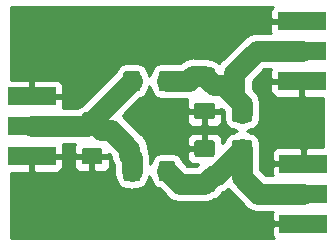
<source format=gtl>
G04 #@! TF.GenerationSoftware,KiCad,Pcbnew,5.0.1*
G04 #@! TF.CreationDate,2018-12-27T15:20:24+01:00*
G04 #@! TF.ProjectId,DiscreteWilkinsonSplitter,446973637265746557696C6B696E736F,rev?*
G04 #@! TF.SameCoordinates,Original*
G04 #@! TF.FileFunction,Copper,L1,Top,Signal*
G04 #@! TF.FilePolarity,Positive*
%FSLAX46Y46*%
G04 Gerber Fmt 4.6, Leading zero omitted, Abs format (unit mm)*
G04 Created by KiCad (PCBNEW 5.0.1) date Do 27 Dez 2018 15:20:24 CET*
%MOMM*%
%LPD*%
G01*
G04 APERTURE LIST*
G04 #@! TA.AperFunction,Conductor*
%ADD10C,0.100000*%
G04 #@! TD*
G04 #@! TA.AperFunction,SMDPad,CuDef*
%ADD11C,1.425000*%
G04 #@! TD*
G04 #@! TA.AperFunction,SMDPad,CuDef*
%ADD12R,4.064000X1.524000*%
G04 #@! TD*
G04 #@! TA.AperFunction,ViaPad*
%ADD13C,0.609600*%
G04 #@! TD*
G04 #@! TA.AperFunction,Conductor*
%ADD14C,1.800000*%
G04 #@! TD*
G04 #@! TA.AperFunction,Conductor*
%ADD15C,0.203200*%
G04 #@! TD*
G04 #@! TA.AperFunction,Conductor*
%ADD16C,0.254000*%
G04 #@! TD*
G04 APERTURE END LIST*
D10*
G04 #@! TO.N,Net-(C1-Pad1)*
G04 #@! TO.C,C1*
G36*
X128284504Y-85848704D02*
X128308773Y-85852304D01*
X128332571Y-85858265D01*
X128355671Y-85866530D01*
X128377849Y-85877020D01*
X128398893Y-85889633D01*
X128418598Y-85904247D01*
X128436777Y-85920723D01*
X128453253Y-85938902D01*
X128467867Y-85958607D01*
X128480480Y-85979651D01*
X128490970Y-86001829D01*
X128499235Y-86024929D01*
X128505196Y-86048727D01*
X128508796Y-86072996D01*
X128510000Y-86097500D01*
X128510000Y-87022500D01*
X128508796Y-87047004D01*
X128505196Y-87071273D01*
X128499235Y-87095071D01*
X128490970Y-87118171D01*
X128480480Y-87140349D01*
X128467867Y-87161393D01*
X128453253Y-87181098D01*
X128436777Y-87199277D01*
X128418598Y-87215753D01*
X128398893Y-87230367D01*
X128377849Y-87242980D01*
X128355671Y-87253470D01*
X128332571Y-87261735D01*
X128308773Y-87267696D01*
X128284504Y-87271296D01*
X128260000Y-87272500D01*
X127010000Y-87272500D01*
X126985496Y-87271296D01*
X126961227Y-87267696D01*
X126937429Y-87261735D01*
X126914329Y-87253470D01*
X126892151Y-87242980D01*
X126871107Y-87230367D01*
X126851402Y-87215753D01*
X126833223Y-87199277D01*
X126816747Y-87181098D01*
X126802133Y-87161393D01*
X126789520Y-87140349D01*
X126779030Y-87118171D01*
X126770765Y-87095071D01*
X126764804Y-87071273D01*
X126761204Y-87047004D01*
X126760000Y-87022500D01*
X126760000Y-86097500D01*
X126761204Y-86072996D01*
X126764804Y-86048727D01*
X126770765Y-86024929D01*
X126779030Y-86001829D01*
X126789520Y-85979651D01*
X126802133Y-85958607D01*
X126816747Y-85938902D01*
X126833223Y-85920723D01*
X126851402Y-85904247D01*
X126871107Y-85889633D01*
X126892151Y-85877020D01*
X126914329Y-85866530D01*
X126937429Y-85858265D01*
X126961227Y-85852304D01*
X126985496Y-85848704D01*
X127010000Y-85847500D01*
X128260000Y-85847500D01*
X128284504Y-85848704D01*
X128284504Y-85848704D01*
G37*
D11*
G04 #@! TD*
G04 #@! TO.P,C1,1*
G04 #@! TO.N,Net-(C1-Pad1)*
X127635000Y-86560000D03*
D10*
G04 #@! TO.N,GND*
G04 #@! TO.C,C1*
G36*
X128284504Y-88823704D02*
X128308773Y-88827304D01*
X128332571Y-88833265D01*
X128355671Y-88841530D01*
X128377849Y-88852020D01*
X128398893Y-88864633D01*
X128418598Y-88879247D01*
X128436777Y-88895723D01*
X128453253Y-88913902D01*
X128467867Y-88933607D01*
X128480480Y-88954651D01*
X128490970Y-88976829D01*
X128499235Y-88999929D01*
X128505196Y-89023727D01*
X128508796Y-89047996D01*
X128510000Y-89072500D01*
X128510000Y-89997500D01*
X128508796Y-90022004D01*
X128505196Y-90046273D01*
X128499235Y-90070071D01*
X128490970Y-90093171D01*
X128480480Y-90115349D01*
X128467867Y-90136393D01*
X128453253Y-90156098D01*
X128436777Y-90174277D01*
X128418598Y-90190753D01*
X128398893Y-90205367D01*
X128377849Y-90217980D01*
X128355671Y-90228470D01*
X128332571Y-90236735D01*
X128308773Y-90242696D01*
X128284504Y-90246296D01*
X128260000Y-90247500D01*
X127010000Y-90247500D01*
X126985496Y-90246296D01*
X126961227Y-90242696D01*
X126937429Y-90236735D01*
X126914329Y-90228470D01*
X126892151Y-90217980D01*
X126871107Y-90205367D01*
X126851402Y-90190753D01*
X126833223Y-90174277D01*
X126816747Y-90156098D01*
X126802133Y-90136393D01*
X126789520Y-90115349D01*
X126779030Y-90093171D01*
X126770765Y-90070071D01*
X126764804Y-90046273D01*
X126761204Y-90022004D01*
X126760000Y-89997500D01*
X126760000Y-89072500D01*
X126761204Y-89047996D01*
X126764804Y-89023727D01*
X126770765Y-88999929D01*
X126779030Y-88976829D01*
X126789520Y-88954651D01*
X126802133Y-88933607D01*
X126816747Y-88913902D01*
X126833223Y-88895723D01*
X126851402Y-88879247D01*
X126871107Y-88864633D01*
X126892151Y-88852020D01*
X126914329Y-88841530D01*
X126937429Y-88833265D01*
X126961227Y-88827304D01*
X126985496Y-88823704D01*
X127010000Y-88822500D01*
X128260000Y-88822500D01*
X128284504Y-88823704D01*
X128284504Y-88823704D01*
G37*
D11*
G04 #@! TD*
G04 #@! TO.P,C1,2*
G04 #@! TO.N,GND*
X127635000Y-89535000D03*
D10*
G04 #@! TO.N,GND*
G04 #@! TO.C,C2*
G36*
X137809504Y-85013704D02*
X137833773Y-85017304D01*
X137857571Y-85023265D01*
X137880671Y-85031530D01*
X137902849Y-85042020D01*
X137923893Y-85054633D01*
X137943598Y-85069247D01*
X137961777Y-85085723D01*
X137978253Y-85103902D01*
X137992867Y-85123607D01*
X138005480Y-85144651D01*
X138015970Y-85166829D01*
X138024235Y-85189929D01*
X138030196Y-85213727D01*
X138033796Y-85237996D01*
X138035000Y-85262500D01*
X138035000Y-86187500D01*
X138033796Y-86212004D01*
X138030196Y-86236273D01*
X138024235Y-86260071D01*
X138015970Y-86283171D01*
X138005480Y-86305349D01*
X137992867Y-86326393D01*
X137978253Y-86346098D01*
X137961777Y-86364277D01*
X137943598Y-86380753D01*
X137923893Y-86395367D01*
X137902849Y-86407980D01*
X137880671Y-86418470D01*
X137857571Y-86426735D01*
X137833773Y-86432696D01*
X137809504Y-86436296D01*
X137785000Y-86437500D01*
X136535000Y-86437500D01*
X136510496Y-86436296D01*
X136486227Y-86432696D01*
X136462429Y-86426735D01*
X136439329Y-86418470D01*
X136417151Y-86407980D01*
X136396107Y-86395367D01*
X136376402Y-86380753D01*
X136358223Y-86364277D01*
X136341747Y-86346098D01*
X136327133Y-86326393D01*
X136314520Y-86305349D01*
X136304030Y-86283171D01*
X136295765Y-86260071D01*
X136289804Y-86236273D01*
X136286204Y-86212004D01*
X136285000Y-86187500D01*
X136285000Y-85262500D01*
X136286204Y-85237996D01*
X136289804Y-85213727D01*
X136295765Y-85189929D01*
X136304030Y-85166829D01*
X136314520Y-85144651D01*
X136327133Y-85123607D01*
X136341747Y-85103902D01*
X136358223Y-85085723D01*
X136376402Y-85069247D01*
X136396107Y-85054633D01*
X136417151Y-85042020D01*
X136439329Y-85031530D01*
X136462429Y-85023265D01*
X136486227Y-85017304D01*
X136510496Y-85013704D01*
X136535000Y-85012500D01*
X137785000Y-85012500D01*
X137809504Y-85013704D01*
X137809504Y-85013704D01*
G37*
D11*
G04 #@! TD*
G04 #@! TO.P,C2,2*
G04 #@! TO.N,GND*
X137160000Y-85725000D03*
D10*
G04 #@! TO.N,Net-(C2-Pad1)*
G04 #@! TO.C,C2*
G36*
X137809504Y-82038704D02*
X137833773Y-82042304D01*
X137857571Y-82048265D01*
X137880671Y-82056530D01*
X137902849Y-82067020D01*
X137923893Y-82079633D01*
X137943598Y-82094247D01*
X137961777Y-82110723D01*
X137978253Y-82128902D01*
X137992867Y-82148607D01*
X138005480Y-82169651D01*
X138015970Y-82191829D01*
X138024235Y-82214929D01*
X138030196Y-82238727D01*
X138033796Y-82262996D01*
X138035000Y-82287500D01*
X138035000Y-83212500D01*
X138033796Y-83237004D01*
X138030196Y-83261273D01*
X138024235Y-83285071D01*
X138015970Y-83308171D01*
X138005480Y-83330349D01*
X137992867Y-83351393D01*
X137978253Y-83371098D01*
X137961777Y-83389277D01*
X137943598Y-83405753D01*
X137923893Y-83420367D01*
X137902849Y-83432980D01*
X137880671Y-83443470D01*
X137857571Y-83451735D01*
X137833773Y-83457696D01*
X137809504Y-83461296D01*
X137785000Y-83462500D01*
X136535000Y-83462500D01*
X136510496Y-83461296D01*
X136486227Y-83457696D01*
X136462429Y-83451735D01*
X136439329Y-83443470D01*
X136417151Y-83432980D01*
X136396107Y-83420367D01*
X136376402Y-83405753D01*
X136358223Y-83389277D01*
X136341747Y-83371098D01*
X136327133Y-83351393D01*
X136314520Y-83330349D01*
X136304030Y-83308171D01*
X136295765Y-83285071D01*
X136289804Y-83261273D01*
X136286204Y-83237004D01*
X136285000Y-83212500D01*
X136285000Y-82287500D01*
X136286204Y-82262996D01*
X136289804Y-82238727D01*
X136295765Y-82214929D01*
X136304030Y-82191829D01*
X136314520Y-82169651D01*
X136327133Y-82148607D01*
X136341747Y-82128902D01*
X136358223Y-82110723D01*
X136376402Y-82094247D01*
X136396107Y-82079633D01*
X136417151Y-82067020D01*
X136439329Y-82056530D01*
X136462429Y-82048265D01*
X136486227Y-82042304D01*
X136510496Y-82038704D01*
X136535000Y-82037500D01*
X137785000Y-82037500D01*
X137809504Y-82038704D01*
X137809504Y-82038704D01*
G37*
D11*
G04 #@! TD*
G04 #@! TO.P,C2,1*
G04 #@! TO.N,Net-(C2-Pad1)*
X137160000Y-82750000D03*
D10*
G04 #@! TO.N,Net-(C3-Pad1)*
G04 #@! TO.C,C3*
G36*
X137809504Y-91163704D02*
X137833773Y-91167304D01*
X137857571Y-91173265D01*
X137880671Y-91181530D01*
X137902849Y-91192020D01*
X137923893Y-91204633D01*
X137943598Y-91219247D01*
X137961777Y-91235723D01*
X137978253Y-91253902D01*
X137992867Y-91273607D01*
X138005480Y-91294651D01*
X138015970Y-91316829D01*
X138024235Y-91339929D01*
X138030196Y-91363727D01*
X138033796Y-91387996D01*
X138035000Y-91412500D01*
X138035000Y-92337500D01*
X138033796Y-92362004D01*
X138030196Y-92386273D01*
X138024235Y-92410071D01*
X138015970Y-92433171D01*
X138005480Y-92455349D01*
X137992867Y-92476393D01*
X137978253Y-92496098D01*
X137961777Y-92514277D01*
X137943598Y-92530753D01*
X137923893Y-92545367D01*
X137902849Y-92557980D01*
X137880671Y-92568470D01*
X137857571Y-92576735D01*
X137833773Y-92582696D01*
X137809504Y-92586296D01*
X137785000Y-92587500D01*
X136535000Y-92587500D01*
X136510496Y-92586296D01*
X136486227Y-92582696D01*
X136462429Y-92576735D01*
X136439329Y-92568470D01*
X136417151Y-92557980D01*
X136396107Y-92545367D01*
X136376402Y-92530753D01*
X136358223Y-92514277D01*
X136341747Y-92496098D01*
X136327133Y-92476393D01*
X136314520Y-92455349D01*
X136304030Y-92433171D01*
X136295765Y-92410071D01*
X136289804Y-92386273D01*
X136286204Y-92362004D01*
X136285000Y-92337500D01*
X136285000Y-91412500D01*
X136286204Y-91387996D01*
X136289804Y-91363727D01*
X136295765Y-91339929D01*
X136304030Y-91316829D01*
X136314520Y-91294651D01*
X136327133Y-91273607D01*
X136341747Y-91253902D01*
X136358223Y-91235723D01*
X136376402Y-91219247D01*
X136396107Y-91204633D01*
X136417151Y-91192020D01*
X136439329Y-91181530D01*
X136462429Y-91173265D01*
X136486227Y-91167304D01*
X136510496Y-91163704D01*
X136535000Y-91162500D01*
X137785000Y-91162500D01*
X137809504Y-91163704D01*
X137809504Y-91163704D01*
G37*
D11*
G04 #@! TD*
G04 #@! TO.P,C3,1*
G04 #@! TO.N,Net-(C3-Pad1)*
X137160000Y-91875000D03*
D10*
G04 #@! TO.N,GND*
G04 #@! TO.C,C3*
G36*
X137809504Y-88188704D02*
X137833773Y-88192304D01*
X137857571Y-88198265D01*
X137880671Y-88206530D01*
X137902849Y-88217020D01*
X137923893Y-88229633D01*
X137943598Y-88244247D01*
X137961777Y-88260723D01*
X137978253Y-88278902D01*
X137992867Y-88298607D01*
X138005480Y-88319651D01*
X138015970Y-88341829D01*
X138024235Y-88364929D01*
X138030196Y-88388727D01*
X138033796Y-88412996D01*
X138035000Y-88437500D01*
X138035000Y-89362500D01*
X138033796Y-89387004D01*
X138030196Y-89411273D01*
X138024235Y-89435071D01*
X138015970Y-89458171D01*
X138005480Y-89480349D01*
X137992867Y-89501393D01*
X137978253Y-89521098D01*
X137961777Y-89539277D01*
X137943598Y-89555753D01*
X137923893Y-89570367D01*
X137902849Y-89582980D01*
X137880671Y-89593470D01*
X137857571Y-89601735D01*
X137833773Y-89607696D01*
X137809504Y-89611296D01*
X137785000Y-89612500D01*
X136535000Y-89612500D01*
X136510496Y-89611296D01*
X136486227Y-89607696D01*
X136462429Y-89601735D01*
X136439329Y-89593470D01*
X136417151Y-89582980D01*
X136396107Y-89570367D01*
X136376402Y-89555753D01*
X136358223Y-89539277D01*
X136341747Y-89521098D01*
X136327133Y-89501393D01*
X136314520Y-89480349D01*
X136304030Y-89458171D01*
X136295765Y-89435071D01*
X136289804Y-89411273D01*
X136286204Y-89387004D01*
X136285000Y-89362500D01*
X136285000Y-88437500D01*
X136286204Y-88412996D01*
X136289804Y-88388727D01*
X136295765Y-88364929D01*
X136304030Y-88341829D01*
X136314520Y-88319651D01*
X136327133Y-88298607D01*
X136341747Y-88278902D01*
X136358223Y-88260723D01*
X136376402Y-88244247D01*
X136396107Y-88229633D01*
X136417151Y-88217020D01*
X136439329Y-88206530D01*
X136462429Y-88198265D01*
X136486227Y-88192304D01*
X136510496Y-88188704D01*
X136535000Y-88187500D01*
X137785000Y-88187500D01*
X137809504Y-88188704D01*
X137809504Y-88188704D01*
G37*
D11*
G04 #@! TD*
G04 #@! TO.P,C3,2*
G04 #@! TO.N,GND*
X137160000Y-88900000D03*
D12*
G04 #@! TO.P,J1,1*
G04 #@! TO.N,Net-(C1-Pad1)*
X122555000Y-86995000D03*
G04 #@! TO.P,J1,2*
G04 #@! TO.N,GND*
X122555000Y-84455000D03*
X122555000Y-89535000D03*
G04 #@! TD*
G04 #@! TO.P,J2,1*
G04 #@! TO.N,Net-(C2-Pad1)*
X145415000Y-80645000D03*
G04 #@! TO.P,J2,2*
G04 #@! TO.N,GND*
X145415000Y-78105000D03*
X145415000Y-83185000D03*
G04 #@! TD*
G04 #@! TO.P,J3,2*
G04 #@! TO.N,GND*
X145542000Y-95250000D03*
X145542000Y-90170000D03*
G04 #@! TO.P,J3,1*
G04 #@! TO.N,Net-(C3-Pad1)*
X145542000Y-92710000D03*
G04 #@! TD*
D10*
G04 #@! TO.N,Net-(C1-Pad1)*
G04 #@! TO.C,L1*
G36*
X131497004Y-82311204D02*
X131521273Y-82314804D01*
X131545071Y-82320765D01*
X131568171Y-82329030D01*
X131590349Y-82339520D01*
X131611393Y-82352133D01*
X131631098Y-82366747D01*
X131649277Y-82383223D01*
X131665753Y-82401402D01*
X131680367Y-82421107D01*
X131692980Y-82442151D01*
X131703470Y-82464329D01*
X131711735Y-82487429D01*
X131717696Y-82511227D01*
X131721296Y-82535496D01*
X131722500Y-82560000D01*
X131722500Y-83810000D01*
X131721296Y-83834504D01*
X131717696Y-83858773D01*
X131711735Y-83882571D01*
X131703470Y-83905671D01*
X131692980Y-83927849D01*
X131680367Y-83948893D01*
X131665753Y-83968598D01*
X131649277Y-83986777D01*
X131631098Y-84003253D01*
X131611393Y-84017867D01*
X131590349Y-84030480D01*
X131568171Y-84040970D01*
X131545071Y-84049235D01*
X131521273Y-84055196D01*
X131497004Y-84058796D01*
X131472500Y-84060000D01*
X130547500Y-84060000D01*
X130522996Y-84058796D01*
X130498727Y-84055196D01*
X130474929Y-84049235D01*
X130451829Y-84040970D01*
X130429651Y-84030480D01*
X130408607Y-84017867D01*
X130388902Y-84003253D01*
X130370723Y-83986777D01*
X130354247Y-83968598D01*
X130339633Y-83948893D01*
X130327020Y-83927849D01*
X130316530Y-83905671D01*
X130308265Y-83882571D01*
X130302304Y-83858773D01*
X130298704Y-83834504D01*
X130297500Y-83810000D01*
X130297500Y-82560000D01*
X130298704Y-82535496D01*
X130302304Y-82511227D01*
X130308265Y-82487429D01*
X130316530Y-82464329D01*
X130327020Y-82442151D01*
X130339633Y-82421107D01*
X130354247Y-82401402D01*
X130370723Y-82383223D01*
X130388902Y-82366747D01*
X130408607Y-82352133D01*
X130429651Y-82339520D01*
X130451829Y-82329030D01*
X130474929Y-82320765D01*
X130498727Y-82314804D01*
X130522996Y-82311204D01*
X130547500Y-82310000D01*
X131472500Y-82310000D01*
X131497004Y-82311204D01*
X131497004Y-82311204D01*
G37*
D11*
G04 #@! TD*
G04 #@! TO.P,L1,1*
G04 #@! TO.N,Net-(C1-Pad1)*
X131010000Y-83185000D03*
D10*
G04 #@! TO.N,Net-(C2-Pad1)*
G04 #@! TO.C,L1*
G36*
X134472004Y-82311204D02*
X134496273Y-82314804D01*
X134520071Y-82320765D01*
X134543171Y-82329030D01*
X134565349Y-82339520D01*
X134586393Y-82352133D01*
X134606098Y-82366747D01*
X134624277Y-82383223D01*
X134640753Y-82401402D01*
X134655367Y-82421107D01*
X134667980Y-82442151D01*
X134678470Y-82464329D01*
X134686735Y-82487429D01*
X134692696Y-82511227D01*
X134696296Y-82535496D01*
X134697500Y-82560000D01*
X134697500Y-83810000D01*
X134696296Y-83834504D01*
X134692696Y-83858773D01*
X134686735Y-83882571D01*
X134678470Y-83905671D01*
X134667980Y-83927849D01*
X134655367Y-83948893D01*
X134640753Y-83968598D01*
X134624277Y-83986777D01*
X134606098Y-84003253D01*
X134586393Y-84017867D01*
X134565349Y-84030480D01*
X134543171Y-84040970D01*
X134520071Y-84049235D01*
X134496273Y-84055196D01*
X134472004Y-84058796D01*
X134447500Y-84060000D01*
X133522500Y-84060000D01*
X133497996Y-84058796D01*
X133473727Y-84055196D01*
X133449929Y-84049235D01*
X133426829Y-84040970D01*
X133404651Y-84030480D01*
X133383607Y-84017867D01*
X133363902Y-84003253D01*
X133345723Y-83986777D01*
X133329247Y-83968598D01*
X133314633Y-83948893D01*
X133302020Y-83927849D01*
X133291530Y-83905671D01*
X133283265Y-83882571D01*
X133277304Y-83858773D01*
X133273704Y-83834504D01*
X133272500Y-83810000D01*
X133272500Y-82560000D01*
X133273704Y-82535496D01*
X133277304Y-82511227D01*
X133283265Y-82487429D01*
X133291530Y-82464329D01*
X133302020Y-82442151D01*
X133314633Y-82421107D01*
X133329247Y-82401402D01*
X133345723Y-82383223D01*
X133363902Y-82366747D01*
X133383607Y-82352133D01*
X133404651Y-82339520D01*
X133426829Y-82329030D01*
X133449929Y-82320765D01*
X133473727Y-82314804D01*
X133497996Y-82311204D01*
X133522500Y-82310000D01*
X134447500Y-82310000D01*
X134472004Y-82311204D01*
X134472004Y-82311204D01*
G37*
D11*
G04 #@! TD*
G04 #@! TO.P,L1,2*
G04 #@! TO.N,Net-(C2-Pad1)*
X133985000Y-83185000D03*
D10*
G04 #@! TO.N,Net-(C3-Pad1)*
G04 #@! TO.C,L2*
G36*
X134472004Y-89931204D02*
X134496273Y-89934804D01*
X134520071Y-89940765D01*
X134543171Y-89949030D01*
X134565349Y-89959520D01*
X134586393Y-89972133D01*
X134606098Y-89986747D01*
X134624277Y-90003223D01*
X134640753Y-90021402D01*
X134655367Y-90041107D01*
X134667980Y-90062151D01*
X134678470Y-90084329D01*
X134686735Y-90107429D01*
X134692696Y-90131227D01*
X134696296Y-90155496D01*
X134697500Y-90180000D01*
X134697500Y-91430000D01*
X134696296Y-91454504D01*
X134692696Y-91478773D01*
X134686735Y-91502571D01*
X134678470Y-91525671D01*
X134667980Y-91547849D01*
X134655367Y-91568893D01*
X134640753Y-91588598D01*
X134624277Y-91606777D01*
X134606098Y-91623253D01*
X134586393Y-91637867D01*
X134565349Y-91650480D01*
X134543171Y-91660970D01*
X134520071Y-91669235D01*
X134496273Y-91675196D01*
X134472004Y-91678796D01*
X134447500Y-91680000D01*
X133522500Y-91680000D01*
X133497996Y-91678796D01*
X133473727Y-91675196D01*
X133449929Y-91669235D01*
X133426829Y-91660970D01*
X133404651Y-91650480D01*
X133383607Y-91637867D01*
X133363902Y-91623253D01*
X133345723Y-91606777D01*
X133329247Y-91588598D01*
X133314633Y-91568893D01*
X133302020Y-91547849D01*
X133291530Y-91525671D01*
X133283265Y-91502571D01*
X133277304Y-91478773D01*
X133273704Y-91454504D01*
X133272500Y-91430000D01*
X133272500Y-90180000D01*
X133273704Y-90155496D01*
X133277304Y-90131227D01*
X133283265Y-90107429D01*
X133291530Y-90084329D01*
X133302020Y-90062151D01*
X133314633Y-90041107D01*
X133329247Y-90021402D01*
X133345723Y-90003223D01*
X133363902Y-89986747D01*
X133383607Y-89972133D01*
X133404651Y-89959520D01*
X133426829Y-89949030D01*
X133449929Y-89940765D01*
X133473727Y-89934804D01*
X133497996Y-89931204D01*
X133522500Y-89930000D01*
X134447500Y-89930000D01*
X134472004Y-89931204D01*
X134472004Y-89931204D01*
G37*
D11*
G04 #@! TD*
G04 #@! TO.P,L2,2*
G04 #@! TO.N,Net-(C3-Pad1)*
X133985000Y-90805000D03*
D10*
G04 #@! TO.N,Net-(C1-Pad1)*
G04 #@! TO.C,L2*
G36*
X131497004Y-89931204D02*
X131521273Y-89934804D01*
X131545071Y-89940765D01*
X131568171Y-89949030D01*
X131590349Y-89959520D01*
X131611393Y-89972133D01*
X131631098Y-89986747D01*
X131649277Y-90003223D01*
X131665753Y-90021402D01*
X131680367Y-90041107D01*
X131692980Y-90062151D01*
X131703470Y-90084329D01*
X131711735Y-90107429D01*
X131717696Y-90131227D01*
X131721296Y-90155496D01*
X131722500Y-90180000D01*
X131722500Y-91430000D01*
X131721296Y-91454504D01*
X131717696Y-91478773D01*
X131711735Y-91502571D01*
X131703470Y-91525671D01*
X131692980Y-91547849D01*
X131680367Y-91568893D01*
X131665753Y-91588598D01*
X131649277Y-91606777D01*
X131631098Y-91623253D01*
X131611393Y-91637867D01*
X131590349Y-91650480D01*
X131568171Y-91660970D01*
X131545071Y-91669235D01*
X131521273Y-91675196D01*
X131497004Y-91678796D01*
X131472500Y-91680000D01*
X130547500Y-91680000D01*
X130522996Y-91678796D01*
X130498727Y-91675196D01*
X130474929Y-91669235D01*
X130451829Y-91660970D01*
X130429651Y-91650480D01*
X130408607Y-91637867D01*
X130388902Y-91623253D01*
X130370723Y-91606777D01*
X130354247Y-91588598D01*
X130339633Y-91568893D01*
X130327020Y-91547849D01*
X130316530Y-91525671D01*
X130308265Y-91502571D01*
X130302304Y-91478773D01*
X130298704Y-91454504D01*
X130297500Y-91430000D01*
X130297500Y-90180000D01*
X130298704Y-90155496D01*
X130302304Y-90131227D01*
X130308265Y-90107429D01*
X130316530Y-90084329D01*
X130327020Y-90062151D01*
X130339633Y-90041107D01*
X130354247Y-90021402D01*
X130370723Y-90003223D01*
X130388902Y-89986747D01*
X130408607Y-89972133D01*
X130429651Y-89959520D01*
X130451829Y-89949030D01*
X130474929Y-89940765D01*
X130498727Y-89934804D01*
X130522996Y-89931204D01*
X130547500Y-89930000D01*
X131472500Y-89930000D01*
X131497004Y-89931204D01*
X131497004Y-89931204D01*
G37*
D11*
G04 #@! TD*
G04 #@! TO.P,L2,1*
G04 #@! TO.N,Net-(C1-Pad1)*
X131010000Y-90805000D03*
D10*
G04 #@! TO.N,Net-(C2-Pad1)*
G04 #@! TO.C,R1*
G36*
X140984504Y-85213704D02*
X141008773Y-85217304D01*
X141032571Y-85223265D01*
X141055671Y-85231530D01*
X141077849Y-85242020D01*
X141098893Y-85254633D01*
X141118598Y-85269247D01*
X141136777Y-85285723D01*
X141153253Y-85303902D01*
X141167867Y-85323607D01*
X141180480Y-85344651D01*
X141190970Y-85366829D01*
X141199235Y-85389929D01*
X141205196Y-85413727D01*
X141208796Y-85437996D01*
X141210000Y-85462500D01*
X141210000Y-86387500D01*
X141208796Y-86412004D01*
X141205196Y-86436273D01*
X141199235Y-86460071D01*
X141190970Y-86483171D01*
X141180480Y-86505349D01*
X141167867Y-86526393D01*
X141153253Y-86546098D01*
X141136777Y-86564277D01*
X141118598Y-86580753D01*
X141098893Y-86595367D01*
X141077849Y-86607980D01*
X141055671Y-86618470D01*
X141032571Y-86626735D01*
X141008773Y-86632696D01*
X140984504Y-86636296D01*
X140960000Y-86637500D01*
X139710000Y-86637500D01*
X139685496Y-86636296D01*
X139661227Y-86632696D01*
X139637429Y-86626735D01*
X139614329Y-86618470D01*
X139592151Y-86607980D01*
X139571107Y-86595367D01*
X139551402Y-86580753D01*
X139533223Y-86564277D01*
X139516747Y-86546098D01*
X139502133Y-86526393D01*
X139489520Y-86505349D01*
X139479030Y-86483171D01*
X139470765Y-86460071D01*
X139464804Y-86436273D01*
X139461204Y-86412004D01*
X139460000Y-86387500D01*
X139460000Y-85462500D01*
X139461204Y-85437996D01*
X139464804Y-85413727D01*
X139470765Y-85389929D01*
X139479030Y-85366829D01*
X139489520Y-85344651D01*
X139502133Y-85323607D01*
X139516747Y-85303902D01*
X139533223Y-85285723D01*
X139551402Y-85269247D01*
X139571107Y-85254633D01*
X139592151Y-85242020D01*
X139614329Y-85231530D01*
X139637429Y-85223265D01*
X139661227Y-85217304D01*
X139685496Y-85213704D01*
X139710000Y-85212500D01*
X140960000Y-85212500D01*
X140984504Y-85213704D01*
X140984504Y-85213704D01*
G37*
D11*
G04 #@! TD*
G04 #@! TO.P,R1,1*
G04 #@! TO.N,Net-(C2-Pad1)*
X140335000Y-85925000D03*
D10*
G04 #@! TO.N,Net-(C3-Pad1)*
G04 #@! TO.C,R1*
G36*
X140984504Y-88188704D02*
X141008773Y-88192304D01*
X141032571Y-88198265D01*
X141055671Y-88206530D01*
X141077849Y-88217020D01*
X141098893Y-88229633D01*
X141118598Y-88244247D01*
X141136777Y-88260723D01*
X141153253Y-88278902D01*
X141167867Y-88298607D01*
X141180480Y-88319651D01*
X141190970Y-88341829D01*
X141199235Y-88364929D01*
X141205196Y-88388727D01*
X141208796Y-88412996D01*
X141210000Y-88437500D01*
X141210000Y-89362500D01*
X141208796Y-89387004D01*
X141205196Y-89411273D01*
X141199235Y-89435071D01*
X141190970Y-89458171D01*
X141180480Y-89480349D01*
X141167867Y-89501393D01*
X141153253Y-89521098D01*
X141136777Y-89539277D01*
X141118598Y-89555753D01*
X141098893Y-89570367D01*
X141077849Y-89582980D01*
X141055671Y-89593470D01*
X141032571Y-89601735D01*
X141008773Y-89607696D01*
X140984504Y-89611296D01*
X140960000Y-89612500D01*
X139710000Y-89612500D01*
X139685496Y-89611296D01*
X139661227Y-89607696D01*
X139637429Y-89601735D01*
X139614329Y-89593470D01*
X139592151Y-89582980D01*
X139571107Y-89570367D01*
X139551402Y-89555753D01*
X139533223Y-89539277D01*
X139516747Y-89521098D01*
X139502133Y-89501393D01*
X139489520Y-89480349D01*
X139479030Y-89458171D01*
X139470765Y-89435071D01*
X139464804Y-89411273D01*
X139461204Y-89387004D01*
X139460000Y-89362500D01*
X139460000Y-88437500D01*
X139461204Y-88412996D01*
X139464804Y-88388727D01*
X139470765Y-88364929D01*
X139479030Y-88341829D01*
X139489520Y-88319651D01*
X139502133Y-88298607D01*
X139516747Y-88278902D01*
X139533223Y-88260723D01*
X139551402Y-88244247D01*
X139571107Y-88229633D01*
X139592151Y-88217020D01*
X139614329Y-88206530D01*
X139637429Y-88198265D01*
X139661227Y-88192304D01*
X139685496Y-88188704D01*
X139710000Y-88187500D01*
X140960000Y-88187500D01*
X140984504Y-88188704D01*
X140984504Y-88188704D01*
G37*
D11*
G04 #@! TD*
G04 #@! TO.P,R1,2*
G04 #@! TO.N,Net-(C3-Pad1)*
X140335000Y-88900000D03*
D13*
G04 #@! TO.N,GND*
X127000000Y-83820000D03*
X133350000Y-86995000D03*
X130810000Y-80645000D03*
X132080000Y-80645000D03*
X133350000Y-80645000D03*
X134620000Y-80645000D03*
X135890000Y-80645000D03*
X134620000Y-86995000D03*
X134620000Y-85725000D03*
X133350000Y-85725000D03*
X132080000Y-86360000D03*
X133350000Y-88265000D03*
X134620000Y-88265000D03*
X137795000Y-94615000D03*
X136525000Y-94615000D03*
X135255000Y-94615000D03*
X133985000Y-94615000D03*
X132715000Y-93345000D03*
X131445000Y-93345000D03*
X130175000Y-93345000D03*
X128905000Y-92710000D03*
X127635000Y-92075000D03*
X126365000Y-92075000D03*
X125095000Y-92075000D03*
X123825000Y-92075000D03*
X122555000Y-82550000D03*
X123825000Y-82550000D03*
X125095000Y-82550000D03*
X126365000Y-82550000D03*
X127635000Y-82550000D03*
X128905000Y-81280000D03*
X137795000Y-80645000D03*
X139065000Y-79375000D03*
X140335000Y-78105000D03*
X141605000Y-78105000D03*
X139700000Y-94615000D03*
X140970000Y-95250000D03*
X142240000Y-95250000D03*
X143510000Y-85725000D03*
X143510000Y-87630000D03*
X146050000Y-87630000D03*
X146050000Y-85725000D03*
G04 #@! TD*
D14*
G04 #@! TO.N,Net-(C1-Pad1)*
X127200000Y-86995000D02*
X127635000Y-86560000D01*
X122555000Y-86995000D02*
X127200000Y-86995000D01*
X131010000Y-83185000D02*
X127635000Y-86560000D01*
X131010000Y-89672880D02*
X130810000Y-89472880D01*
X131010000Y-90805000D02*
X131010000Y-89672880D01*
X130810000Y-89472880D02*
X130810000Y-88900000D01*
X128406347Y-87331347D02*
X127635000Y-86560000D01*
X129241347Y-87331347D02*
X128406347Y-87331347D01*
X130810000Y-88900000D02*
X129241347Y-87331347D01*
D15*
G04 #@! TO.N,GND*
X122555000Y-84455000D02*
X126365000Y-84455000D01*
X126365000Y-84455000D02*
X127000000Y-83820000D01*
D14*
G04 #@! TO.N,Net-(C2-Pad1)*
X137931347Y-83521347D02*
X137160000Y-82750000D01*
X138743847Y-83521347D02*
X137931347Y-83521347D01*
X140335000Y-85925000D02*
X140335000Y-85112500D01*
X133985000Y-83185000D02*
X135890000Y-83185000D01*
X136185000Y-82750000D02*
X137160000Y-82750000D01*
X135890000Y-83045000D02*
X136185000Y-82750000D01*
X135890000Y-83185000D02*
X135890000Y-83045000D01*
X139700000Y-82528000D02*
X139700000Y-84477500D01*
X141583000Y-80645000D02*
X139700000Y-82528000D01*
X145415000Y-80645000D02*
X141583000Y-80645000D01*
X140335000Y-85112500D02*
X139700000Y-84477500D01*
X139700000Y-84477500D02*
X138743847Y-83521347D01*
G04 #@! TO.N,Net-(C3-Pad1)*
X135055000Y-91875000D02*
X137160000Y-91875000D01*
X133985000Y-90805000D02*
X135055000Y-91875000D01*
X137931347Y-91103653D02*
X137160000Y-91875000D01*
X138193467Y-91103653D02*
X137931347Y-91103653D01*
X139563653Y-89733467D02*
X138193467Y-91103653D01*
X139563653Y-89671347D02*
X139563653Y-89733467D01*
X140335000Y-88900000D02*
X139563653Y-89671347D01*
X141710000Y-92710000D02*
X145542000Y-92710000D01*
X140335000Y-91335000D02*
X141710000Y-92710000D01*
X140335000Y-88900000D02*
X140335000Y-91335000D01*
G04 #@! TD*
D16*
G04 #@! TO.N,GND*
G36*
X126125000Y-88696191D02*
X126125000Y-89249250D01*
X126283750Y-89408000D01*
X127508000Y-89408000D01*
X127508000Y-89388000D01*
X127762000Y-89388000D01*
X127762000Y-89408000D01*
X128986250Y-89408000D01*
X129066716Y-89327534D01*
X129253090Y-89513908D01*
X129275000Y-89624057D01*
X129275000Y-89624061D01*
X129364062Y-90071806D01*
X129475000Y-90237837D01*
X129475000Y-90956181D01*
X129564062Y-91403926D01*
X129679128Y-91576135D01*
X129718374Y-91773435D01*
X129912914Y-92064586D01*
X130204065Y-92259126D01*
X130547500Y-92327440D01*
X130795674Y-92327440D01*
X131010000Y-92370072D01*
X131224325Y-92327440D01*
X131472500Y-92327440D01*
X131815935Y-92259126D01*
X132107086Y-92064586D01*
X132301626Y-91773435D01*
X132340871Y-91576136D01*
X132455938Y-91403927D01*
X132497500Y-91194978D01*
X132539063Y-91403927D01*
X132654128Y-91576134D01*
X132693374Y-91773435D01*
X132887914Y-92064586D01*
X133179065Y-92259126D01*
X133290468Y-92281286D01*
X133862689Y-92853507D01*
X133948327Y-92981673D01*
X134076492Y-93067310D01*
X134076493Y-93067311D01*
X134456073Y-93320938D01*
X135055000Y-93440072D01*
X135206182Y-93410000D01*
X137008823Y-93410000D01*
X137160000Y-93440071D01*
X137311177Y-93410000D01*
X137311182Y-93410000D01*
X137758927Y-93320938D01*
X137931136Y-93205871D01*
X138128435Y-93166626D01*
X138419586Y-92972086D01*
X138614126Y-92680935D01*
X138633984Y-92581101D01*
X138792394Y-92549591D01*
X139143625Y-92314906D01*
X139228328Y-92441673D01*
X139356493Y-92527310D01*
X140517688Y-93688505D01*
X140603327Y-93816673D01*
X140982693Y-94070157D01*
X141111073Y-94155938D01*
X141710000Y-94275072D01*
X141861182Y-94245000D01*
X142923335Y-94245000D01*
X142875000Y-94361690D01*
X142875000Y-94964250D01*
X143033750Y-95123000D01*
X145415000Y-95123000D01*
X145415000Y-95103000D01*
X145669000Y-95103000D01*
X145669000Y-95123000D01*
X145689000Y-95123000D01*
X145689000Y-95377000D01*
X145669000Y-95377000D01*
X145669000Y-95397000D01*
X145415000Y-95397000D01*
X145415000Y-95377000D01*
X143033750Y-95377000D01*
X142875000Y-95535750D01*
X142875000Y-96138310D01*
X142971673Y-96371699D01*
X143044974Y-96445000D01*
X120777000Y-96445000D01*
X120777000Y-90932000D01*
X122269250Y-90932000D01*
X122428000Y-90773250D01*
X122428000Y-89662000D01*
X122682000Y-89662000D01*
X122682000Y-90773250D01*
X122840750Y-90932000D01*
X124713309Y-90932000D01*
X124946698Y-90835327D01*
X125125327Y-90656699D01*
X125222000Y-90423310D01*
X125222000Y-89820750D01*
X126125000Y-89820750D01*
X126125000Y-90373809D01*
X126221673Y-90607198D01*
X126400301Y-90785827D01*
X126633690Y-90882500D01*
X127349250Y-90882500D01*
X127508000Y-90723750D01*
X127508000Y-89662000D01*
X127762000Y-89662000D01*
X127762000Y-90723750D01*
X127920750Y-90882500D01*
X128636310Y-90882500D01*
X128869699Y-90785827D01*
X129048327Y-90607198D01*
X129145000Y-90373809D01*
X129145000Y-89820750D01*
X128986250Y-89662000D01*
X127762000Y-89662000D01*
X127508000Y-89662000D01*
X126283750Y-89662000D01*
X126125000Y-89820750D01*
X125222000Y-89820750D01*
X125063250Y-89662000D01*
X122682000Y-89662000D01*
X122428000Y-89662000D01*
X122408000Y-89662000D01*
X122408000Y-89408000D01*
X122428000Y-89408000D01*
X122428000Y-89388000D01*
X122682000Y-89388000D01*
X122682000Y-89408000D01*
X125063250Y-89408000D01*
X125222000Y-89249250D01*
X125222000Y-88646690D01*
X125173665Y-88530000D01*
X126193839Y-88530000D01*
X126125000Y-88696191D01*
X126125000Y-88696191D01*
G37*
X126125000Y-88696191D02*
X126125000Y-89249250D01*
X126283750Y-89408000D01*
X127508000Y-89408000D01*
X127508000Y-89388000D01*
X127762000Y-89388000D01*
X127762000Y-89408000D01*
X128986250Y-89408000D01*
X129066716Y-89327534D01*
X129253090Y-89513908D01*
X129275000Y-89624057D01*
X129275000Y-89624061D01*
X129364062Y-90071806D01*
X129475000Y-90237837D01*
X129475000Y-90956181D01*
X129564062Y-91403926D01*
X129679128Y-91576135D01*
X129718374Y-91773435D01*
X129912914Y-92064586D01*
X130204065Y-92259126D01*
X130547500Y-92327440D01*
X130795674Y-92327440D01*
X131010000Y-92370072D01*
X131224325Y-92327440D01*
X131472500Y-92327440D01*
X131815935Y-92259126D01*
X132107086Y-92064586D01*
X132301626Y-91773435D01*
X132340871Y-91576136D01*
X132455938Y-91403927D01*
X132497500Y-91194978D01*
X132539063Y-91403927D01*
X132654128Y-91576134D01*
X132693374Y-91773435D01*
X132887914Y-92064586D01*
X133179065Y-92259126D01*
X133290468Y-92281286D01*
X133862689Y-92853507D01*
X133948327Y-92981673D01*
X134076492Y-93067310D01*
X134076493Y-93067311D01*
X134456073Y-93320938D01*
X135055000Y-93440072D01*
X135206182Y-93410000D01*
X137008823Y-93410000D01*
X137160000Y-93440071D01*
X137311177Y-93410000D01*
X137311182Y-93410000D01*
X137758927Y-93320938D01*
X137931136Y-93205871D01*
X138128435Y-93166626D01*
X138419586Y-92972086D01*
X138614126Y-92680935D01*
X138633984Y-92581101D01*
X138792394Y-92549591D01*
X139143625Y-92314906D01*
X139228328Y-92441673D01*
X139356493Y-92527310D01*
X140517688Y-93688505D01*
X140603327Y-93816673D01*
X140982693Y-94070157D01*
X141111073Y-94155938D01*
X141710000Y-94275072D01*
X141861182Y-94245000D01*
X142923335Y-94245000D01*
X142875000Y-94361690D01*
X142875000Y-94964250D01*
X143033750Y-95123000D01*
X145415000Y-95123000D01*
X145415000Y-95103000D01*
X145669000Y-95103000D01*
X145669000Y-95123000D01*
X145689000Y-95123000D01*
X145689000Y-95377000D01*
X145669000Y-95377000D01*
X145669000Y-95397000D01*
X145415000Y-95397000D01*
X145415000Y-95377000D01*
X143033750Y-95377000D01*
X142875000Y-95535750D01*
X142875000Y-96138310D01*
X142971673Y-96371699D01*
X143044974Y-96445000D01*
X120777000Y-96445000D01*
X120777000Y-90932000D01*
X122269250Y-90932000D01*
X122428000Y-90773250D01*
X122428000Y-89662000D01*
X122682000Y-89662000D01*
X122682000Y-90773250D01*
X122840750Y-90932000D01*
X124713309Y-90932000D01*
X124946698Y-90835327D01*
X125125327Y-90656699D01*
X125222000Y-90423310D01*
X125222000Y-89820750D01*
X126125000Y-89820750D01*
X126125000Y-90373809D01*
X126221673Y-90607198D01*
X126400301Y-90785827D01*
X126633690Y-90882500D01*
X127349250Y-90882500D01*
X127508000Y-90723750D01*
X127508000Y-89662000D01*
X127762000Y-89662000D01*
X127762000Y-90723750D01*
X127920750Y-90882500D01*
X128636310Y-90882500D01*
X128869699Y-90785827D01*
X129048327Y-90607198D01*
X129145000Y-90373809D01*
X129145000Y-89820750D01*
X128986250Y-89662000D01*
X127762000Y-89662000D01*
X127508000Y-89662000D01*
X126283750Y-89662000D01*
X126125000Y-89820750D01*
X125222000Y-89820750D01*
X125063250Y-89662000D01*
X122682000Y-89662000D01*
X122428000Y-89662000D01*
X122408000Y-89662000D01*
X122408000Y-89408000D01*
X122428000Y-89408000D01*
X122428000Y-89388000D01*
X122682000Y-89388000D01*
X122682000Y-89408000D01*
X125063250Y-89408000D01*
X125222000Y-89249250D01*
X125222000Y-88646690D01*
X125173665Y-88530000D01*
X126193839Y-88530000D01*
X126125000Y-88696191D01*
G36*
X142748000Y-82296690D02*
X142748000Y-82899250D01*
X142906750Y-83058000D01*
X145288000Y-83058000D01*
X145288000Y-83038000D01*
X145542000Y-83038000D01*
X145542000Y-83058000D01*
X145562000Y-83058000D01*
X145562000Y-83312000D01*
X145542000Y-83312000D01*
X145542000Y-84423250D01*
X145700750Y-84582000D01*
X147193000Y-84582000D01*
X147193000Y-88773000D01*
X145827750Y-88773000D01*
X145669000Y-88931750D01*
X145669000Y-90043000D01*
X145689000Y-90043000D01*
X145689000Y-90297000D01*
X145669000Y-90297000D01*
X145669000Y-90317000D01*
X145415000Y-90317000D01*
X145415000Y-90297000D01*
X143033750Y-90297000D01*
X142875000Y-90455750D01*
X142875000Y-91058310D01*
X142923335Y-91175000D01*
X142345817Y-91175000D01*
X141870000Y-90699183D01*
X141870000Y-89281690D01*
X142875000Y-89281690D01*
X142875000Y-89884250D01*
X143033750Y-90043000D01*
X145415000Y-90043000D01*
X145415000Y-88931750D01*
X145256250Y-88773000D01*
X143383691Y-88773000D01*
X143150302Y-88869673D01*
X142971673Y-89048301D01*
X142875000Y-89281690D01*
X141870000Y-89281690D01*
X141870000Y-89051178D01*
X141900071Y-88900001D01*
X141870000Y-88748824D01*
X141870000Y-88748818D01*
X141857440Y-88685675D01*
X141857440Y-88437500D01*
X141789126Y-88094065D01*
X141594586Y-87802914D01*
X141303435Y-87608374D01*
X141106135Y-87569128D01*
X140933926Y-87454062D01*
X140724980Y-87412500D01*
X140933926Y-87370938D01*
X141106135Y-87255872D01*
X141303435Y-87216626D01*
X141594586Y-87022086D01*
X141789126Y-86730935D01*
X141857440Y-86387500D01*
X141857440Y-86139325D01*
X141870000Y-86076182D01*
X141870000Y-85263682D01*
X141900072Y-85112500D01*
X141780938Y-84513573D01*
X141568701Y-84195938D01*
X141441673Y-84005827D01*
X141313505Y-83920188D01*
X141235000Y-83841683D01*
X141235000Y-83470750D01*
X142748000Y-83470750D01*
X142748000Y-84073310D01*
X142844673Y-84306699D01*
X143023302Y-84485327D01*
X143256691Y-84582000D01*
X145129250Y-84582000D01*
X145288000Y-84423250D01*
X145288000Y-83312000D01*
X142906750Y-83312000D01*
X142748000Y-83470750D01*
X141235000Y-83470750D01*
X141235000Y-83163817D01*
X142218818Y-82180000D01*
X142796335Y-82180000D01*
X142748000Y-82296690D01*
X142748000Y-82296690D01*
G37*
X142748000Y-82296690D02*
X142748000Y-82899250D01*
X142906750Y-83058000D01*
X145288000Y-83058000D01*
X145288000Y-83038000D01*
X145542000Y-83038000D01*
X145542000Y-83058000D01*
X145562000Y-83058000D01*
X145562000Y-83312000D01*
X145542000Y-83312000D01*
X145542000Y-84423250D01*
X145700750Y-84582000D01*
X147193000Y-84582000D01*
X147193000Y-88773000D01*
X145827750Y-88773000D01*
X145669000Y-88931750D01*
X145669000Y-90043000D01*
X145689000Y-90043000D01*
X145689000Y-90297000D01*
X145669000Y-90297000D01*
X145669000Y-90317000D01*
X145415000Y-90317000D01*
X145415000Y-90297000D01*
X143033750Y-90297000D01*
X142875000Y-90455750D01*
X142875000Y-91058310D01*
X142923335Y-91175000D01*
X142345817Y-91175000D01*
X141870000Y-90699183D01*
X141870000Y-89281690D01*
X142875000Y-89281690D01*
X142875000Y-89884250D01*
X143033750Y-90043000D01*
X145415000Y-90043000D01*
X145415000Y-88931750D01*
X145256250Y-88773000D01*
X143383691Y-88773000D01*
X143150302Y-88869673D01*
X142971673Y-89048301D01*
X142875000Y-89281690D01*
X141870000Y-89281690D01*
X141870000Y-89051178D01*
X141900071Y-88900001D01*
X141870000Y-88748824D01*
X141870000Y-88748818D01*
X141857440Y-88685675D01*
X141857440Y-88437500D01*
X141789126Y-88094065D01*
X141594586Y-87802914D01*
X141303435Y-87608374D01*
X141106135Y-87569128D01*
X140933926Y-87454062D01*
X140724980Y-87412500D01*
X140933926Y-87370938D01*
X141106135Y-87255872D01*
X141303435Y-87216626D01*
X141594586Y-87022086D01*
X141789126Y-86730935D01*
X141857440Y-86387500D01*
X141857440Y-86139325D01*
X141870000Y-86076182D01*
X141870000Y-85263682D01*
X141900072Y-85112500D01*
X141780938Y-84513573D01*
X141568701Y-84195938D01*
X141441673Y-84005827D01*
X141313505Y-83920188D01*
X141235000Y-83841683D01*
X141235000Y-83470750D01*
X142748000Y-83470750D01*
X142748000Y-84073310D01*
X142844673Y-84306699D01*
X143023302Y-84485327D01*
X143256691Y-84582000D01*
X145129250Y-84582000D01*
X145288000Y-84423250D01*
X145288000Y-83312000D01*
X142906750Y-83312000D01*
X142748000Y-83470750D01*
X141235000Y-83470750D01*
X141235000Y-83163817D01*
X142218818Y-82180000D01*
X142796335Y-82180000D01*
X142748000Y-82296690D01*
G36*
X132539062Y-83783927D02*
X132654129Y-83956136D01*
X132693374Y-84153435D01*
X132887914Y-84444586D01*
X133179065Y-84639126D01*
X133522500Y-84707440D01*
X133770675Y-84707440D01*
X133833818Y-84720000D01*
X135718839Y-84720000D01*
X135650000Y-84886191D01*
X135650000Y-85439250D01*
X135808750Y-85598000D01*
X137033000Y-85598000D01*
X137033000Y-85578000D01*
X137287000Y-85578000D01*
X137287000Y-85598000D01*
X138511250Y-85598000D01*
X138565990Y-85543260D01*
X138593328Y-85584173D01*
X138721493Y-85669810D01*
X138800000Y-85748317D01*
X138800000Y-86076181D01*
X138812560Y-86139324D01*
X138812560Y-86387500D01*
X138880874Y-86730935D01*
X139075414Y-87022086D01*
X139366565Y-87216626D01*
X139563864Y-87255871D01*
X139736073Y-87370938D01*
X139945019Y-87412500D01*
X139736073Y-87454062D01*
X139563864Y-87569129D01*
X139366565Y-87608374D01*
X139075414Y-87802914D01*
X138880874Y-88094065D01*
X138858714Y-88205469D01*
X138670000Y-88394183D01*
X138670000Y-88061191D01*
X138573327Y-87827802D01*
X138394699Y-87649173D01*
X138161310Y-87552500D01*
X137445750Y-87552500D01*
X137287000Y-87711250D01*
X137287000Y-88773000D01*
X137307000Y-88773000D01*
X137307000Y-89027000D01*
X137287000Y-89027000D01*
X137287000Y-89047000D01*
X137033000Y-89047000D01*
X137033000Y-89027000D01*
X135808750Y-89027000D01*
X135650000Y-89185750D01*
X135650000Y-89738809D01*
X135746673Y-89972198D01*
X135925301Y-90150827D01*
X136158690Y-90247500D01*
X136616683Y-90247500D01*
X136524183Y-90340000D01*
X135690818Y-90340000D01*
X135298786Y-89947968D01*
X135276626Y-89836565D01*
X135082086Y-89545414D01*
X134790935Y-89350874D01*
X134447500Y-89282560D01*
X134199320Y-89282560D01*
X133985000Y-89239929D01*
X133770680Y-89282560D01*
X133522500Y-89282560D01*
X133179065Y-89350874D01*
X132887914Y-89545414D01*
X132693374Y-89836565D01*
X132654128Y-90033865D01*
X132545000Y-90197188D01*
X132545000Y-89824062D01*
X132575072Y-89672880D01*
X132455938Y-89073953D01*
X132424565Y-89027000D01*
X132366958Y-88940785D01*
X132375071Y-88899999D01*
X132345000Y-88748822D01*
X132345000Y-88748819D01*
X132255938Y-88301073D01*
X132095654Y-88061191D01*
X135650000Y-88061191D01*
X135650000Y-88614250D01*
X135808750Y-88773000D01*
X137033000Y-88773000D01*
X137033000Y-87711250D01*
X136874250Y-87552500D01*
X136158690Y-87552500D01*
X135925301Y-87649173D01*
X135746673Y-87827802D01*
X135650000Y-88061191D01*
X132095654Y-88061191D01*
X131916673Y-87793327D01*
X131788507Y-87707689D01*
X130433659Y-86352842D01*
X130348020Y-86224674D01*
X130224006Y-86141811D01*
X130355067Y-86010750D01*
X135650000Y-86010750D01*
X135650000Y-86563809D01*
X135746673Y-86797198D01*
X135925301Y-86975827D01*
X136158690Y-87072500D01*
X136874250Y-87072500D01*
X137033000Y-86913750D01*
X137033000Y-85852000D01*
X137287000Y-85852000D01*
X137287000Y-86913750D01*
X137445750Y-87072500D01*
X138161310Y-87072500D01*
X138394699Y-86975827D01*
X138573327Y-86797198D01*
X138670000Y-86563809D01*
X138670000Y-86010750D01*
X138511250Y-85852000D01*
X137287000Y-85852000D01*
X137033000Y-85852000D01*
X135808750Y-85852000D01*
X135650000Y-86010750D01*
X130355067Y-86010750D01*
X131704531Y-84661286D01*
X131815935Y-84639126D01*
X132107086Y-84444586D01*
X132301626Y-84153435D01*
X132340871Y-83956136D01*
X132455938Y-83783928D01*
X132497500Y-83574981D01*
X132539062Y-83783927D01*
X132539062Y-83783927D01*
G37*
X132539062Y-83783927D02*
X132654129Y-83956136D01*
X132693374Y-84153435D01*
X132887914Y-84444586D01*
X133179065Y-84639126D01*
X133522500Y-84707440D01*
X133770675Y-84707440D01*
X133833818Y-84720000D01*
X135718839Y-84720000D01*
X135650000Y-84886191D01*
X135650000Y-85439250D01*
X135808750Y-85598000D01*
X137033000Y-85598000D01*
X137033000Y-85578000D01*
X137287000Y-85578000D01*
X137287000Y-85598000D01*
X138511250Y-85598000D01*
X138565990Y-85543260D01*
X138593328Y-85584173D01*
X138721493Y-85669810D01*
X138800000Y-85748317D01*
X138800000Y-86076181D01*
X138812560Y-86139324D01*
X138812560Y-86387500D01*
X138880874Y-86730935D01*
X139075414Y-87022086D01*
X139366565Y-87216626D01*
X139563864Y-87255871D01*
X139736073Y-87370938D01*
X139945019Y-87412500D01*
X139736073Y-87454062D01*
X139563864Y-87569129D01*
X139366565Y-87608374D01*
X139075414Y-87802914D01*
X138880874Y-88094065D01*
X138858714Y-88205469D01*
X138670000Y-88394183D01*
X138670000Y-88061191D01*
X138573327Y-87827802D01*
X138394699Y-87649173D01*
X138161310Y-87552500D01*
X137445750Y-87552500D01*
X137287000Y-87711250D01*
X137287000Y-88773000D01*
X137307000Y-88773000D01*
X137307000Y-89027000D01*
X137287000Y-89027000D01*
X137287000Y-89047000D01*
X137033000Y-89047000D01*
X137033000Y-89027000D01*
X135808750Y-89027000D01*
X135650000Y-89185750D01*
X135650000Y-89738809D01*
X135746673Y-89972198D01*
X135925301Y-90150827D01*
X136158690Y-90247500D01*
X136616683Y-90247500D01*
X136524183Y-90340000D01*
X135690818Y-90340000D01*
X135298786Y-89947968D01*
X135276626Y-89836565D01*
X135082086Y-89545414D01*
X134790935Y-89350874D01*
X134447500Y-89282560D01*
X134199320Y-89282560D01*
X133985000Y-89239929D01*
X133770680Y-89282560D01*
X133522500Y-89282560D01*
X133179065Y-89350874D01*
X132887914Y-89545414D01*
X132693374Y-89836565D01*
X132654128Y-90033865D01*
X132545000Y-90197188D01*
X132545000Y-89824062D01*
X132575072Y-89672880D01*
X132455938Y-89073953D01*
X132424565Y-89027000D01*
X132366958Y-88940785D01*
X132375071Y-88899999D01*
X132345000Y-88748822D01*
X132345000Y-88748819D01*
X132255938Y-88301073D01*
X132095654Y-88061191D01*
X135650000Y-88061191D01*
X135650000Y-88614250D01*
X135808750Y-88773000D01*
X137033000Y-88773000D01*
X137033000Y-87711250D01*
X136874250Y-87552500D01*
X136158690Y-87552500D01*
X135925301Y-87649173D01*
X135746673Y-87827802D01*
X135650000Y-88061191D01*
X132095654Y-88061191D01*
X131916673Y-87793327D01*
X131788507Y-87707689D01*
X130433659Y-86352842D01*
X130348020Y-86224674D01*
X130224006Y-86141811D01*
X130355067Y-86010750D01*
X135650000Y-86010750D01*
X135650000Y-86563809D01*
X135746673Y-86797198D01*
X135925301Y-86975827D01*
X136158690Y-87072500D01*
X136874250Y-87072500D01*
X137033000Y-86913750D01*
X137033000Y-85852000D01*
X137287000Y-85852000D01*
X137287000Y-86913750D01*
X137445750Y-87072500D01*
X138161310Y-87072500D01*
X138394699Y-86975827D01*
X138573327Y-86797198D01*
X138670000Y-86563809D01*
X138670000Y-86010750D01*
X138511250Y-85852000D01*
X137287000Y-85852000D01*
X137033000Y-85852000D01*
X135808750Y-85852000D01*
X135650000Y-86010750D01*
X130355067Y-86010750D01*
X131704531Y-84661286D01*
X131815935Y-84639126D01*
X132107086Y-84444586D01*
X132301626Y-84153435D01*
X132340871Y-83956136D01*
X132455938Y-83783928D01*
X132497500Y-83574981D01*
X132539062Y-83783927D01*
G36*
X142844673Y-76983301D02*
X142748000Y-77216690D01*
X142748000Y-77819250D01*
X142906750Y-77978000D01*
X145288000Y-77978000D01*
X145288000Y-77958000D01*
X145542000Y-77958000D01*
X145542000Y-77978000D01*
X145562000Y-77978000D01*
X145562000Y-78232000D01*
X145542000Y-78232000D01*
X145542000Y-78252000D01*
X145288000Y-78252000D01*
X145288000Y-78232000D01*
X142906750Y-78232000D01*
X142748000Y-78390750D01*
X142748000Y-78993310D01*
X142796335Y-79110000D01*
X141734176Y-79110000D01*
X141582999Y-79079929D01*
X141431822Y-79110000D01*
X141431818Y-79110000D01*
X140984073Y-79199062D01*
X140476327Y-79538327D01*
X140390689Y-79666493D01*
X138721495Y-81335688D01*
X138593327Y-81421327D01*
X138429086Y-81667132D01*
X138419586Y-81652914D01*
X138128435Y-81458374D01*
X137931136Y-81419129D01*
X137758927Y-81304062D01*
X137311182Y-81215000D01*
X137311177Y-81215000D01*
X137160000Y-81184929D01*
X137008823Y-81215000D01*
X136336176Y-81215000D01*
X136184999Y-81184929D01*
X136033822Y-81215000D01*
X136033818Y-81215000D01*
X135586073Y-81304062D01*
X135078327Y-81643327D01*
X135073868Y-81650000D01*
X133833818Y-81650000D01*
X133770675Y-81662560D01*
X133522500Y-81662560D01*
X133179065Y-81730874D01*
X132887914Y-81925414D01*
X132693374Y-82216565D01*
X132654129Y-82413864D01*
X132539062Y-82586073D01*
X132497500Y-82795019D01*
X132455938Y-82586073D01*
X132340871Y-82413864D01*
X132301626Y-82216565D01*
X132107086Y-81925414D01*
X131815935Y-81730874D01*
X131472500Y-81662560D01*
X131224326Y-81662560D01*
X131010000Y-81619928D01*
X130795674Y-81662560D01*
X130547500Y-81662560D01*
X130204065Y-81730874D01*
X129912914Y-81925414D01*
X129718374Y-82216565D01*
X129696214Y-82327969D01*
X126777969Y-85246214D01*
X126666565Y-85268374D01*
X126379775Y-85460000D01*
X125173665Y-85460000D01*
X125222000Y-85343310D01*
X125222000Y-84740750D01*
X125063250Y-84582000D01*
X122682000Y-84582000D01*
X122682000Y-84602000D01*
X122428000Y-84602000D01*
X122428000Y-84582000D01*
X122408000Y-84582000D01*
X122408000Y-84328000D01*
X122428000Y-84328000D01*
X122428000Y-83216750D01*
X122682000Y-83216750D01*
X122682000Y-84328000D01*
X125063250Y-84328000D01*
X125222000Y-84169250D01*
X125222000Y-83566690D01*
X125125327Y-83333301D01*
X124946698Y-83154673D01*
X124713309Y-83058000D01*
X122840750Y-83058000D01*
X122682000Y-83216750D01*
X122428000Y-83216750D01*
X122269250Y-83058000D01*
X120777000Y-83058000D01*
X120777000Y-76910000D01*
X142917974Y-76910000D01*
X142844673Y-76983301D01*
X142844673Y-76983301D01*
G37*
X142844673Y-76983301D02*
X142748000Y-77216690D01*
X142748000Y-77819250D01*
X142906750Y-77978000D01*
X145288000Y-77978000D01*
X145288000Y-77958000D01*
X145542000Y-77958000D01*
X145542000Y-77978000D01*
X145562000Y-77978000D01*
X145562000Y-78232000D01*
X145542000Y-78232000D01*
X145542000Y-78252000D01*
X145288000Y-78252000D01*
X145288000Y-78232000D01*
X142906750Y-78232000D01*
X142748000Y-78390750D01*
X142748000Y-78993310D01*
X142796335Y-79110000D01*
X141734176Y-79110000D01*
X141582999Y-79079929D01*
X141431822Y-79110000D01*
X141431818Y-79110000D01*
X140984073Y-79199062D01*
X140476327Y-79538327D01*
X140390689Y-79666493D01*
X138721495Y-81335688D01*
X138593327Y-81421327D01*
X138429086Y-81667132D01*
X138419586Y-81652914D01*
X138128435Y-81458374D01*
X137931136Y-81419129D01*
X137758927Y-81304062D01*
X137311182Y-81215000D01*
X137311177Y-81215000D01*
X137160000Y-81184929D01*
X137008823Y-81215000D01*
X136336176Y-81215000D01*
X136184999Y-81184929D01*
X136033822Y-81215000D01*
X136033818Y-81215000D01*
X135586073Y-81304062D01*
X135078327Y-81643327D01*
X135073868Y-81650000D01*
X133833818Y-81650000D01*
X133770675Y-81662560D01*
X133522500Y-81662560D01*
X133179065Y-81730874D01*
X132887914Y-81925414D01*
X132693374Y-82216565D01*
X132654129Y-82413864D01*
X132539062Y-82586073D01*
X132497500Y-82795019D01*
X132455938Y-82586073D01*
X132340871Y-82413864D01*
X132301626Y-82216565D01*
X132107086Y-81925414D01*
X131815935Y-81730874D01*
X131472500Y-81662560D01*
X131224326Y-81662560D01*
X131010000Y-81619928D01*
X130795674Y-81662560D01*
X130547500Y-81662560D01*
X130204065Y-81730874D01*
X129912914Y-81925414D01*
X129718374Y-82216565D01*
X129696214Y-82327969D01*
X126777969Y-85246214D01*
X126666565Y-85268374D01*
X126379775Y-85460000D01*
X125173665Y-85460000D01*
X125222000Y-85343310D01*
X125222000Y-84740750D01*
X125063250Y-84582000D01*
X122682000Y-84582000D01*
X122682000Y-84602000D01*
X122428000Y-84602000D01*
X122428000Y-84582000D01*
X122408000Y-84582000D01*
X122408000Y-84328000D01*
X122428000Y-84328000D01*
X122428000Y-83216750D01*
X122682000Y-83216750D01*
X122682000Y-84328000D01*
X125063250Y-84328000D01*
X125222000Y-84169250D01*
X125222000Y-83566690D01*
X125125327Y-83333301D01*
X124946698Y-83154673D01*
X124713309Y-83058000D01*
X122840750Y-83058000D01*
X122682000Y-83216750D01*
X122428000Y-83216750D01*
X122269250Y-83058000D01*
X120777000Y-83058000D01*
X120777000Y-76910000D01*
X142917974Y-76910000D01*
X142844673Y-76983301D01*
G04 #@! TD*
M02*

</source>
